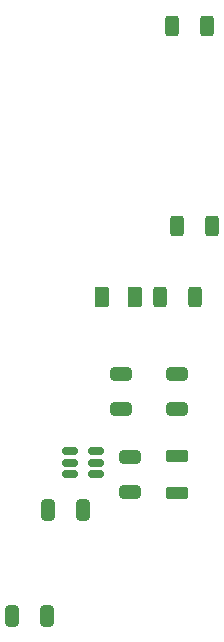
<source format=gbr>
%TF.GenerationSoftware,KiCad,Pcbnew,7.0.1-0*%
%TF.CreationDate,2023-04-22T10:01:52-07:00*%
%TF.ProjectId,Pioneer Controller V3,50696f6e-6565-4722-9043-6f6e74726f6c,rev?*%
%TF.SameCoordinates,Original*%
%TF.FileFunction,Paste,Top*%
%TF.FilePolarity,Positive*%
%FSLAX46Y46*%
G04 Gerber Fmt 4.6, Leading zero omitted, Abs format (unit mm)*
G04 Created by KiCad (PCBNEW 7.0.1-0) date 2023-04-22 10:01:52*
%MOMM*%
%LPD*%
G01*
G04 APERTURE LIST*
G04 Aperture macros list*
%AMRoundRect*
0 Rectangle with rounded corners*
0 $1 Rounding radius*
0 $2 $3 $4 $5 $6 $7 $8 $9 X,Y pos of 4 corners*
0 Add a 4 corners polygon primitive as box body*
4,1,4,$2,$3,$4,$5,$6,$7,$8,$9,$2,$3,0*
0 Add four circle primitives for the rounded corners*
1,1,$1+$1,$2,$3*
1,1,$1+$1,$4,$5*
1,1,$1+$1,$6,$7*
1,1,$1+$1,$8,$9*
0 Add four rect primitives between the rounded corners*
20,1,$1+$1,$2,$3,$4,$5,0*
20,1,$1+$1,$4,$5,$6,$7,0*
20,1,$1+$1,$6,$7,$8,$9,0*
20,1,$1+$1,$8,$9,$2,$3,0*%
G04 Aperture macros list end*
%ADD10RoundRect,0.250000X0.650000X-0.325000X0.650000X0.325000X-0.650000X0.325000X-0.650000X-0.325000X0*%
%ADD11RoundRect,0.250000X0.312500X0.625000X-0.312500X0.625000X-0.312500X-0.625000X0.312500X-0.625000X0*%
%ADD12RoundRect,0.250000X-0.325000X-0.650000X0.325000X-0.650000X0.325000X0.650000X-0.325000X0.650000X0*%
%ADD13RoundRect,0.150000X-0.512500X-0.150000X0.512500X-0.150000X0.512500X0.150000X-0.512500X0.150000X0*%
%ADD14RoundRect,0.250000X0.325000X0.650000X-0.325000X0.650000X-0.325000X-0.650000X0.325000X-0.650000X0*%
%ADD15RoundRect,0.250000X-0.312500X-0.625000X0.312500X-0.625000X0.312500X0.625000X-0.312500X0.625000X0*%
%ADD16RoundRect,0.250000X0.700000X-0.275000X0.700000X0.275000X-0.700000X0.275000X-0.700000X-0.275000X0*%
%ADD17RoundRect,0.250000X0.375000X0.625000X-0.375000X0.625000X-0.375000X-0.625000X0.375000X-0.625000X0*%
G04 APERTURE END LIST*
D10*
%TO.C,C7*%
X87250000Y-93475000D03*
X87250000Y-90525000D03*
%TD*%
D11*
%TO.C,R2*%
X94462500Y-61000000D03*
X91537500Y-61000000D03*
%TD*%
D12*
%TO.C,C5*%
X81025000Y-102000000D03*
X83975000Y-102000000D03*
%TD*%
D13*
%TO.C,U7*%
X82862500Y-97050000D03*
X82862500Y-98000000D03*
X82862500Y-98950000D03*
X85137500Y-98950000D03*
X85137500Y-98000000D03*
X85137500Y-97050000D03*
%TD*%
D10*
%TO.C,C6*%
X88000000Y-100475000D03*
X88000000Y-97525000D03*
%TD*%
%TO.C,C3*%
X92000000Y-93475000D03*
X92000000Y-90525000D03*
%TD*%
D11*
%TO.C,R3*%
X94925000Y-78000000D03*
X92000000Y-78000000D03*
%TD*%
D14*
%TO.C,C4*%
X80950000Y-111000000D03*
X78000000Y-111000000D03*
%TD*%
D15*
%TO.C,R1*%
X90537500Y-84000000D03*
X93462500Y-84000000D03*
%TD*%
D16*
%TO.C,L2*%
X92000000Y-100575000D03*
X92000000Y-97425000D03*
%TD*%
D17*
%TO.C,D1*%
X88400000Y-84000000D03*
X85600000Y-84000000D03*
%TD*%
M02*

</source>
